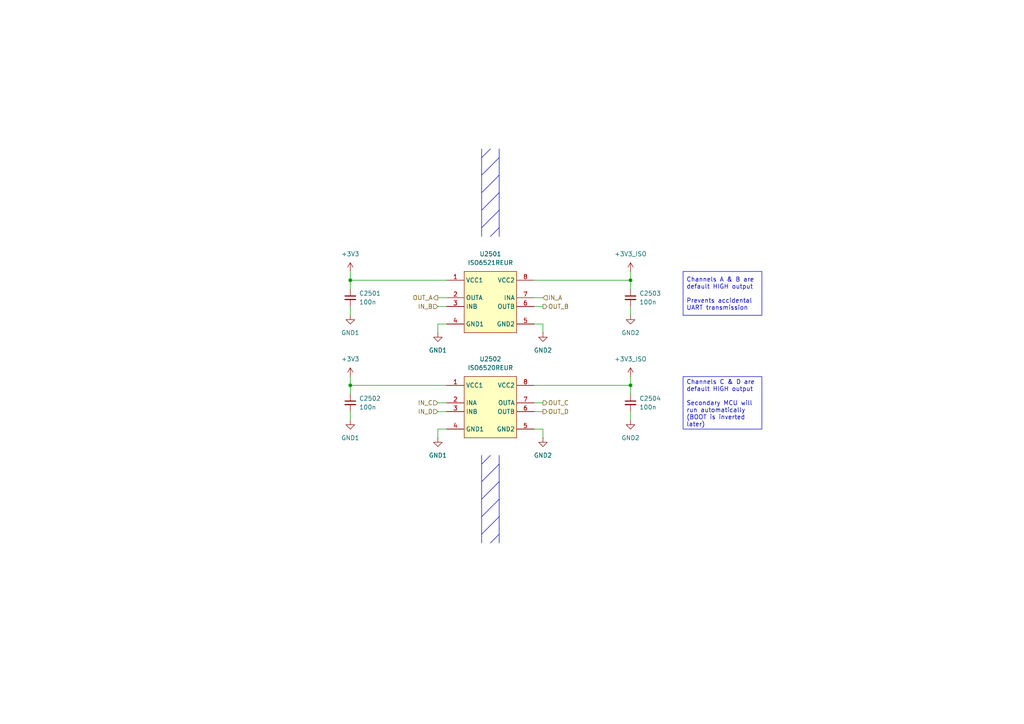
<source format=kicad_sch>
(kicad_sch
	(version 20250114)
	(generator "eeschema")
	(generator_version "9.0")
	(uuid "31262d8c-f6d2-4e15-aede-310073ef8409")
	(paper "A4")
	(title_block
		(title "Isolation Crossing")
	)
	(lib_symbols
		(symbol "COMM-ISO:ISO6520REUR"
			(exclude_from_sim no)
			(in_bom yes)
			(on_board yes)
			(property "Reference" "U"
				(at 0 5.08 0)
				(effects
					(font
						(size 1.27 1.27)
					)
				)
			)
			(property "Value" "ISO6520REUR"
				(at 0 2.54 0)
				(effects
					(font
						(size 1.27 1.27)
					)
				)
			)
			(property "Footprint" "project_footprints:SON50P300X200X105-8N-D"
				(at 24.13 -94.92 0)
				(effects
					(font
						(size 1.27 1.27)
					)
					(justify left top)
					(hide yes)
				)
			)
			(property "Datasheet" "https://www.ti.com/lit/ds/symlink/iso6521.pdf?ts=1716455203366&ref_url=https%253A%252F%252Fwww.ti.com%252Fisolation%252Fdigital-isolators%252Fproducts.html"
				(at 24.13 -194.92 0)
				(effects
					(font
						(size 1.27 1.27)
					)
					(justify left top)
					(hide yes)
				)
			)
			(property "Description" "Digital Isolators Functional isolation&nbsp;dual-channel&nbsp;1/1 digital isolator 8-VSON -40 to 125"
				(at 0 -20.32 0)
				(effects
					(font
						(size 1.27 1.27)
					)
					(hide yes)
				)
			)
			(property "ki_keywords" "Default high output"
				(at 0 0 0)
				(effects
					(font
						(size 1.27 1.27)
					)
					(hide yes)
				)
			)
			(symbol "ISO6520REUR_1_1"
				(rectangle
					(start -7.62 0)
					(end 7.62 -17.78)
					(stroke
						(width 0)
						(type solid)
					)
					(fill
						(type background)
					)
				)
				(pin power_in line
					(at -12.7 -2.54 0)
					(length 5.08)
					(name "VCC1"
						(effects
							(font
								(size 1.27 1.27)
							)
						)
					)
					(number "1"
						(effects
							(font
								(size 1.27 1.27)
							)
						)
					)
				)
				(pin input line
					(at -12.7 -7.62 0)
					(length 5.08)
					(name "INA"
						(effects
							(font
								(size 1.27 1.27)
							)
						)
					)
					(number "2"
						(effects
							(font
								(size 1.27 1.27)
							)
						)
					)
				)
				(pin input line
					(at -12.7 -10.16 0)
					(length 5.08)
					(name "INB"
						(effects
							(font
								(size 1.27 1.27)
							)
						)
					)
					(number "3"
						(effects
							(font
								(size 1.27 1.27)
							)
						)
					)
				)
				(pin passive line
					(at -12.7 -15.24 0)
					(length 5.08)
					(name "GND1"
						(effects
							(font
								(size 1.27 1.27)
							)
						)
					)
					(number "4"
						(effects
							(font
								(size 1.27 1.27)
							)
						)
					)
				)
				(pin power_in line
					(at 12.7 -2.54 180)
					(length 5.08)
					(name "VCC2"
						(effects
							(font
								(size 1.27 1.27)
							)
						)
					)
					(number "8"
						(effects
							(font
								(size 1.27 1.27)
							)
						)
					)
				)
				(pin output line
					(at 12.7 -7.62 180)
					(length 5.08)
					(name "OUTA"
						(effects
							(font
								(size 1.27 1.27)
							)
						)
					)
					(number "7"
						(effects
							(font
								(size 1.27 1.27)
							)
						)
					)
				)
				(pin output line
					(at 12.7 -10.16 180)
					(length 5.08)
					(name "OUTB"
						(effects
							(font
								(size 1.27 1.27)
							)
						)
					)
					(number "6"
						(effects
							(font
								(size 1.27 1.27)
							)
						)
					)
				)
				(pin passive line
					(at 12.7 -15.24 180)
					(length 5.08)
					(name "GND2"
						(effects
							(font
								(size 1.27 1.27)
							)
						)
					)
					(number "5"
						(effects
							(font
								(size 1.27 1.27)
							)
						)
					)
				)
			)
			(embedded_fonts no)
		)
		(symbol "COMM-ISO:ISO6521REUR"
			(exclude_from_sim no)
			(in_bom yes)
			(on_board yes)
			(property "Reference" "U"
				(at 0 5.08 0)
				(effects
					(font
						(size 1.27 1.27)
					)
				)
			)
			(property "Value" "ISO6521REUR"
				(at 0 2.54 0)
				(effects
					(font
						(size 1.27 1.27)
					)
				)
			)
			(property "Footprint" "project_footprints:SON50P300X200X105-8N-D"
				(at 24.13 -94.92 0)
				(effects
					(font
						(size 1.27 1.27)
					)
					(justify left top)
					(hide yes)
				)
			)
			(property "Datasheet" "https://www.ti.com/lit/ds/symlink/iso6521.pdf?ts=1716455203366&ref_url=https%253A%252F%252Fwww.ti.com%252Fisolation%252Fdigital-isolators%252Fproducts.html"
				(at 24.13 -194.92 0)
				(effects
					(font
						(size 1.27 1.27)
					)
					(justify left top)
					(hide yes)
				)
			)
			(property "Description" "Digital Isolators Functional isolation&nbsp;dual-channel&nbsp;1/1 digital isolator 8-VSON -40 to 125"
				(at 0 -20.32 0)
				(effects
					(font
						(size 1.27 1.27)
					)
					(hide yes)
				)
			)
			(property "Height" "1.05"
				(at 24.13 -394.92 0)
				(effects
					(font
						(size 1.27 1.27)
					)
					(justify left top)
					(hide yes)
				)
			)
			(property "Mouser Part Number" "595-ISO6521REUR"
				(at 24.13 -494.92 0)
				(effects
					(font
						(size 1.27 1.27)
					)
					(justify left top)
					(hide yes)
				)
			)
			(property "Mouser Price/Stock" "https://www.mouser.co.uk/ProductDetail/Texas-Instruments/ISO6521REUR?qs=mELouGlnn3eQoSLFnZ%252BriQ%3D%3D"
				(at 24.13 -594.92 0)
				(effects
					(font
						(size 1.27 1.27)
					)
					(justify left top)
					(hide yes)
				)
			)
			(property "Manufacturer_Name" "Texas Instruments"
				(at 24.13 -694.92 0)
				(effects
					(font
						(size 1.27 1.27)
					)
					(justify left top)
					(hide yes)
				)
			)
			(property "Manufacturer_Part_Number" "ISO6521REUR"
				(at 24.13 -794.92 0)
				(effects
					(font
						(size 1.27 1.27)
					)
					(justify left top)
					(hide yes)
				)
			)
			(property "ki_keywords" "Default high output"
				(at 0 0 0)
				(effects
					(font
						(size 1.27 1.27)
					)
					(hide yes)
				)
			)
			(symbol "ISO6521REUR_1_1"
				(rectangle
					(start -7.62 0)
					(end 7.62 -17.78)
					(stroke
						(width 0)
						(type solid)
					)
					(fill
						(type background)
					)
				)
				(pin power_in line
					(at -12.7 -2.54 0)
					(length 5.08)
					(name "VCC1"
						(effects
							(font
								(size 1.27 1.27)
							)
						)
					)
					(number "1"
						(effects
							(font
								(size 1.27 1.27)
							)
						)
					)
				)
				(pin output line
					(at -12.7 -7.62 0)
					(length 5.08)
					(name "OUTA"
						(effects
							(font
								(size 1.27 1.27)
							)
						)
					)
					(number "2"
						(effects
							(font
								(size 1.27 1.27)
							)
						)
					)
				)
				(pin input line
					(at -12.7 -10.16 0)
					(length 5.08)
					(name "INB"
						(effects
							(font
								(size 1.27 1.27)
							)
						)
					)
					(number "3"
						(effects
							(font
								(size 1.27 1.27)
							)
						)
					)
				)
				(pin passive line
					(at -12.7 -15.24 0)
					(length 5.08)
					(name "GND1"
						(effects
							(font
								(size 1.27 1.27)
							)
						)
					)
					(number "4"
						(effects
							(font
								(size 1.27 1.27)
							)
						)
					)
				)
				(pin power_in line
					(at 12.7 -2.54 180)
					(length 5.08)
					(name "VCC2"
						(effects
							(font
								(size 1.27 1.27)
							)
						)
					)
					(number "8"
						(effects
							(font
								(size 1.27 1.27)
							)
						)
					)
				)
				(pin input line
					(at 12.7 -7.62 180)
					(length 5.08)
					(name "INA"
						(effects
							(font
								(size 1.27 1.27)
							)
						)
					)
					(number "7"
						(effects
							(font
								(size 1.27 1.27)
							)
						)
					)
				)
				(pin output line
					(at 12.7 -10.16 180)
					(length 5.08)
					(name "OUTB"
						(effects
							(font
								(size 1.27 1.27)
							)
						)
					)
					(number "6"
						(effects
							(font
								(size 1.27 1.27)
							)
						)
					)
				)
				(pin passive line
					(at 12.7 -15.24 180)
					(length 5.08)
					(name "GND2"
						(effects
							(font
								(size 1.27 1.27)
							)
						)
					)
					(number "5"
						(effects
							(font
								(size 1.27 1.27)
							)
						)
					)
				)
			)
			(embedded_fonts no)
		)
		(symbol "Device:C_Small"
			(pin_numbers
				(hide yes)
			)
			(pin_names
				(offset 0.254)
				(hide yes)
			)
			(exclude_from_sim no)
			(in_bom yes)
			(on_board yes)
			(property "Reference" "C"
				(at 0.254 1.778 0)
				(effects
					(font
						(size 1.27 1.27)
					)
					(justify left)
				)
			)
			(property "Value" "C_Small"
				(at 0.254 -2.032 0)
				(effects
					(font
						(size 1.27 1.27)
					)
					(justify left)
				)
			)
			(property "Footprint" ""
				(at 0 0 0)
				(effects
					(font
						(size 1.27 1.27)
					)
					(hide yes)
				)
			)
			(property "Datasheet" "~"
				(at 0 0 0)
				(effects
					(font
						(size 1.27 1.27)
					)
					(hide yes)
				)
			)
			(property "Description" "Unpolarized capacitor, small symbol"
				(at 0 0 0)
				(effects
					(font
						(size 1.27 1.27)
					)
					(hide yes)
				)
			)
			(property "ki_keywords" "capacitor cap"
				(at 0 0 0)
				(effects
					(font
						(size 1.27 1.27)
					)
					(hide yes)
				)
			)
			(property "ki_fp_filters" "C_*"
				(at 0 0 0)
				(effects
					(font
						(size 1.27 1.27)
					)
					(hide yes)
				)
			)
			(symbol "C_Small_0_1"
				(polyline
					(pts
						(xy -1.524 0.508) (xy 1.524 0.508)
					)
					(stroke
						(width 0.3048)
						(type default)
					)
					(fill
						(type none)
					)
				)
				(polyline
					(pts
						(xy -1.524 -0.508) (xy 1.524 -0.508)
					)
					(stroke
						(width 0.3302)
						(type default)
					)
					(fill
						(type none)
					)
				)
			)
			(symbol "C_Small_1_1"
				(pin passive line
					(at 0 2.54 270)
					(length 2.032)
					(name "~"
						(effects
							(font
								(size 1.27 1.27)
							)
						)
					)
					(number "1"
						(effects
							(font
								(size 1.27 1.27)
							)
						)
					)
				)
				(pin passive line
					(at 0 -2.54 90)
					(length 2.032)
					(name "~"
						(effects
							(font
								(size 1.27 1.27)
							)
						)
					)
					(number "2"
						(effects
							(font
								(size 1.27 1.27)
							)
						)
					)
				)
			)
			(embedded_fonts no)
		)
		(symbol "PWR-SYM:+3V3_ISO"
			(power)
			(pin_numbers
				(hide yes)
			)
			(pin_names
				(offset 0)
				(hide yes)
			)
			(exclude_from_sim no)
			(in_bom yes)
			(on_board yes)
			(property "Reference" "#PWR"
				(at 0 -3.81 0)
				(effects
					(font
						(size 1.27 1.27)
					)
					(hide yes)
				)
			)
			(property "Value" "+3V3_ISO"
				(at 0 3.556 0)
				(effects
					(font
						(size 1.27 1.27)
					)
				)
			)
			(property "Footprint" ""
				(at 0 0 0)
				(effects
					(font
						(size 1.27 1.27)
					)
					(hide yes)
				)
			)
			(property "Datasheet" ""
				(at 0 0 0)
				(effects
					(font
						(size 1.27 1.27)
					)
					(hide yes)
				)
			)
			(property "Description" "Power symbol creates a global label with name \"+3V3_ISO\""
				(at 0 0 0)
				(effects
					(font
						(size 1.27 1.27)
					)
					(hide yes)
				)
			)
			(property "ki_keywords" "global power"
				(at 0 0 0)
				(effects
					(font
						(size 1.27 1.27)
					)
					(hide yes)
				)
			)
			(symbol "+3V3_ISO_0_1"
				(polyline
					(pts
						(xy -0.762 1.27) (xy 0 2.54)
					)
					(stroke
						(width 0)
						(type default)
					)
					(fill
						(type none)
					)
				)
				(polyline
					(pts
						(xy 0 2.54) (xy 0.762 1.27)
					)
					(stroke
						(width 0)
						(type default)
					)
					(fill
						(type none)
					)
				)
				(polyline
					(pts
						(xy 0 0) (xy 0 2.54)
					)
					(stroke
						(width 0)
						(type default)
					)
					(fill
						(type none)
					)
				)
			)
			(symbol "+3V3_ISO_1_1"
				(pin power_in line
					(at 0 0 90)
					(length 0)
					(name "~"
						(effects
							(font
								(size 1.27 1.27)
							)
						)
					)
					(number "1"
						(effects
							(font
								(size 1.27 1.27)
							)
						)
					)
				)
			)
			(embedded_fonts no)
		)
		(symbol "power:+3V3"
			(power)
			(pin_numbers
				(hide yes)
			)
			(pin_names
				(offset 0)
				(hide yes)
			)
			(exclude_from_sim no)
			(in_bom yes)
			(on_board yes)
			(property "Reference" "#PWR"
				(at 0 -3.81 0)
				(effects
					(font
						(size 1.27 1.27)
					)
					(hide yes)
				)
			)
			(property "Value" "+3V3"
				(at 0 3.556 0)
				(effects
					(font
						(size 1.27 1.27)
					)
				)
			)
			(property "Footprint" ""
				(at 0 0 0)
				(effects
					(font
						(size 1.27 1.27)
					)
					(hide yes)
				)
			)
			(property "Datasheet" ""
				(at 0 0 0)
				(effects
					(font
						(size 1.27 1.27)
					)
					(hide yes)
				)
			)
			(property "Description" "Power symbol creates a global label with name \"+3V3\""
				(at 0 0 0)
				(effects
					(font
						(size 1.27 1.27)
					)
					(hide yes)
				)
			)
			(property "ki_keywords" "global power"
				(at 0 0 0)
				(effects
					(font
						(size 1.27 1.27)
					)
					(hide yes)
				)
			)
			(symbol "+3V3_0_1"
				(polyline
					(pts
						(xy -0.762 1.27) (xy 0 2.54)
					)
					(stroke
						(width 0)
						(type default)
					)
					(fill
						(type none)
					)
				)
				(polyline
					(pts
						(xy 0 2.54) (xy 0.762 1.27)
					)
					(stroke
						(width 0)
						(type default)
					)
					(fill
						(type none)
					)
				)
				(polyline
					(pts
						(xy 0 0) (xy 0 2.54)
					)
					(stroke
						(width 0)
						(type default)
					)
					(fill
						(type none)
					)
				)
			)
			(symbol "+3V3_1_1"
				(pin power_in line
					(at 0 0 90)
					(length 0)
					(name "~"
						(effects
							(font
								(size 1.27 1.27)
							)
						)
					)
					(number "1"
						(effects
							(font
								(size 1.27 1.27)
							)
						)
					)
				)
			)
			(embedded_fonts no)
		)
		(symbol "power:GND1"
			(power)
			(pin_numbers
				(hide yes)
			)
			(pin_names
				(offset 0)
				(hide yes)
			)
			(exclude_from_sim no)
			(in_bom yes)
			(on_board yes)
			(property "Reference" "#PWR"
				(at 0 -6.35 0)
				(effects
					(font
						(size 1.27 1.27)
					)
					(hide yes)
				)
			)
			(property "Value" "GND1"
				(at 0 -3.81 0)
				(effects
					(font
						(size 1.27 1.27)
					)
				)
			)
			(property "Footprint" ""
				(at 0 0 0)
				(effects
					(font
						(size 1.27 1.27)
					)
					(hide yes)
				)
			)
			(property "Datasheet" ""
				(at 0 0 0)
				(effects
					(font
						(size 1.27 1.27)
					)
					(hide yes)
				)
			)
			(property "Description" "Power symbol creates a global label with name \"GND1\" , ground"
				(at 0 0 0)
				(effects
					(font
						(size 1.27 1.27)
					)
					(hide yes)
				)
			)
			(property "ki_keywords" "global power"
				(at 0 0 0)
				(effects
					(font
						(size 1.27 1.27)
					)
					(hide yes)
				)
			)
			(symbol "GND1_0_1"
				(polyline
					(pts
						(xy 0 0) (xy 0 -1.27) (xy 1.27 -1.27) (xy 0 -2.54) (xy -1.27 -1.27) (xy 0 -1.27)
					)
					(stroke
						(width 0)
						(type default)
					)
					(fill
						(type none)
					)
				)
			)
			(symbol "GND1_1_1"
				(pin power_in line
					(at 0 0 270)
					(length 0)
					(name "~"
						(effects
							(font
								(size 1.27 1.27)
							)
						)
					)
					(number "1"
						(effects
							(font
								(size 1.27 1.27)
							)
						)
					)
				)
			)
			(embedded_fonts no)
		)
		(symbol "power:GND2"
			(power)
			(pin_numbers
				(hide yes)
			)
			(pin_names
				(offset 0)
				(hide yes)
			)
			(exclude_from_sim no)
			(in_bom yes)
			(on_board yes)
			(property "Reference" "#PWR"
				(at 0 -6.35 0)
				(effects
					(font
						(size 1.27 1.27)
					)
					(hide yes)
				)
			)
			(property "Value" "GND2"
				(at 0 -3.81 0)
				(effects
					(font
						(size 1.27 1.27)
					)
				)
			)
			(property "Footprint" ""
				(at 0 0 0)
				(effects
					(font
						(size 1.27 1.27)
					)
					(hide yes)
				)
			)
			(property "Datasheet" ""
				(at 0 0 0)
				(effects
					(font
						(size 1.27 1.27)
					)
					(hide yes)
				)
			)
			(property "Description" "Power symbol creates a global label with name \"GND2\" , ground"
				(at 0 0 0)
				(effects
					(font
						(size 1.27 1.27)
					)
					(hide yes)
				)
			)
			(property "ki_keywords" "global power"
				(at 0 0 0)
				(effects
					(font
						(size 1.27 1.27)
					)
					(hide yes)
				)
			)
			(symbol "GND2_0_1"
				(polyline
					(pts
						(xy 0 0) (xy 0 -1.27) (xy 1.27 -1.27) (xy 0 -2.54) (xy -1.27 -1.27) (xy 0 -1.27)
					)
					(stroke
						(width 0)
						(type default)
					)
					(fill
						(type none)
					)
				)
			)
			(symbol "GND2_1_1"
				(pin power_in line
					(at 0 0 270)
					(length 0)
					(name "~"
						(effects
							(font
								(size 1.27 1.27)
							)
						)
					)
					(number "1"
						(effects
							(font
								(size 1.27 1.27)
							)
						)
					)
				)
			)
			(embedded_fonts no)
		)
	)
	(text_box "Channels C & D are default HIGH output\n\nSecondary MCU will run automatically (BOOT is inverted later)"
		(exclude_from_sim no)
		(at 198.12 109.22 0)
		(size 22.86 15.24)
		(margins 0.9525 0.9525 0.9525 0.9525)
		(stroke
			(width 0)
			(type solid)
		)
		(fill
			(type none)
		)
		(effects
			(font
				(size 1.27 1.27)
			)
			(justify left)
		)
		(uuid "5e50cb9a-db33-437a-8c90-6070fff89d86")
	)
	(text_box "Channels A & B are default HIGH output\n\nPrevents accidental UART transmission"
		(exclude_from_sim no)
		(at 198.12 78.74 0)
		(size 22.86 12.7)
		(margins 0.9525 0.9525 0.9525 0.9525)
		(stroke
			(width 0)
			(type solid)
		)
		(fill
			(type none)
		)
		(effects
			(font
				(size 1.27 1.27)
			)
			(justify left)
		)
		(uuid "6e01a3cd-8b58-411a-b11e-85ce5a8376c8")
	)
	(junction
		(at 182.88 81.28)
		(diameter 0)
		(color 0 0 0 0)
		(uuid "0e0388c8-786c-4ea0-94d0-f300bc2a397a")
	)
	(junction
		(at 182.88 111.76)
		(diameter 0)
		(color 0 0 0 0)
		(uuid "271efa5f-67bb-4470-a47e-8cefb0d9da37")
	)
	(junction
		(at 101.6 81.28)
		(diameter 0)
		(color 0 0 0 0)
		(uuid "281bdb47-e0cb-42ee-ad85-777fd9904f27")
	)
	(junction
		(at 101.6 111.76)
		(diameter 0)
		(color 0 0 0 0)
		(uuid "58c83d03-e8f8-43eb-a297-63517a2392d8")
	)
	(polyline
		(pts
			(xy 139.7 50.8) (xy 144.78 45.72)
		)
		(stroke
			(width 0)
			(type default)
		)
		(uuid "0077bce5-7f53-4201-a8b2-63f0051dcbaf")
	)
	(wire
		(pts
			(xy 154.94 86.36) (xy 157.48 86.36)
		)
		(stroke
			(width 0)
			(type default)
		)
		(uuid "043c3a3c-5884-4e8e-be40-ea9167aea55d")
	)
	(polyline
		(pts
			(xy 139.7 149.86) (xy 144.78 144.78)
		)
		(stroke
			(width 0)
			(type default)
		)
		(uuid "09456373-8873-4ae6-976c-c631848f84a7")
	)
	(polyline
		(pts
			(xy 144.78 43.18) (xy 144.78 68.58)
		)
		(stroke
			(width 0)
			(type default)
		)
		(uuid "129e4ce0-eb93-4048-b7a6-83b11f3a00b4")
	)
	(wire
		(pts
			(xy 157.48 124.46) (xy 154.94 124.46)
		)
		(stroke
			(width 0)
			(type default)
		)
		(uuid "19dd4bbc-678e-49c5-bd75-59e0cea1ad54")
	)
	(polyline
		(pts
			(xy 144.78 132.08) (xy 144.78 157.48)
		)
		(stroke
			(width 0)
			(type default)
		)
		(uuid "21d300fa-cb97-46ad-828e-a9bac0812dfa")
	)
	(wire
		(pts
			(xy 101.6 114.3) (xy 101.6 111.76)
		)
		(stroke
			(width 0)
			(type default)
		)
		(uuid "27f1f0c5-d6d7-4c76-813d-ba7c20288b29")
	)
	(wire
		(pts
			(xy 154.94 119.38) (xy 157.48 119.38)
		)
		(stroke
			(width 0)
			(type default)
		)
		(uuid "28240188-67d6-4b38-9413-d853be7e729b")
	)
	(wire
		(pts
			(xy 127 116.84) (xy 129.54 116.84)
		)
		(stroke
			(width 0)
			(type default)
		)
		(uuid "29f29eb8-7c50-4118-8ded-e0432f868893")
	)
	(wire
		(pts
			(xy 101.6 109.22) (xy 101.6 111.76)
		)
		(stroke
			(width 0)
			(type default)
		)
		(uuid "2c8912e4-d5ee-4d12-8cc0-8f5ab349d010")
	)
	(wire
		(pts
			(xy 127 127) (xy 127 124.46)
		)
		(stroke
			(width 0)
			(type default)
		)
		(uuid "333469bf-c53d-48da-8bbd-41ca75cb21c1")
	)
	(wire
		(pts
			(xy 154.94 116.84) (xy 157.48 116.84)
		)
		(stroke
			(width 0)
			(type default)
		)
		(uuid "340c55b4-c074-47d2-bf08-0ee1feb89fc5")
	)
	(polyline
		(pts
			(xy 142.24 68.58) (xy 144.78 66.04)
		)
		(stroke
			(width 0)
			(type default)
		)
		(uuid "3ee2e4a9-7dca-4f93-933f-b5cd8c8da6f4")
	)
	(polyline
		(pts
			(xy 139.7 66.04) (xy 144.78 60.96)
		)
		(stroke
			(width 0)
			(type default)
		)
		(uuid "3f24ab31-a946-4e48-9e4c-61927e90341e")
	)
	(wire
		(pts
			(xy 101.6 88.9) (xy 101.6 91.44)
		)
		(stroke
			(width 0)
			(type default)
		)
		(uuid "3f6c0924-bda4-490f-bcd9-2c46a8b24716")
	)
	(polyline
		(pts
			(xy 139.7 60.96) (xy 144.78 55.88)
		)
		(stroke
			(width 0)
			(type default)
		)
		(uuid "424116ea-3df5-4762-8754-40f64a8b1cd8")
	)
	(wire
		(pts
			(xy 127 119.38) (xy 129.54 119.38)
		)
		(stroke
			(width 0)
			(type default)
		)
		(uuid "450def40-7c7a-42ee-9361-272977224d71")
	)
	(polyline
		(pts
			(xy 139.7 43.18) (xy 139.7 68.58)
		)
		(stroke
			(width 0)
			(type default)
		)
		(uuid "453b30cf-aefb-409d-98af-b044ec99815e")
	)
	(polyline
		(pts
			(xy 139.7 134.62) (xy 142.24 132.08)
		)
		(stroke
			(width 0)
			(type default)
		)
		(uuid "45b02d0b-a6ca-4c24-95e6-a2b8c993c68a")
	)
	(wire
		(pts
			(xy 127 96.52) (xy 127 93.98)
		)
		(stroke
			(width 0)
			(type default)
		)
		(uuid "4c6267dd-ac7c-4e11-ad36-7a7874ae4b70")
	)
	(wire
		(pts
			(xy 182.88 78.74) (xy 182.88 81.28)
		)
		(stroke
			(width 0)
			(type default)
		)
		(uuid "510ba154-715a-4cce-b9e2-321d57d0b23d")
	)
	(polyline
		(pts
			(xy 139.7 45.72) (xy 142.24 43.18)
		)
		(stroke
			(width 0)
			(type default)
		)
		(uuid "568257f0-b0c5-4493-9bc2-bc0a32e77357")
	)
	(wire
		(pts
			(xy 127 124.46) (xy 129.54 124.46)
		)
		(stroke
			(width 0)
			(type default)
		)
		(uuid "571c076a-d0b0-4512-92ed-648e82d09fe8")
	)
	(wire
		(pts
			(xy 101.6 119.38) (xy 101.6 121.92)
		)
		(stroke
			(width 0)
			(type default)
		)
		(uuid "60606a7d-4cfc-483f-b45b-9b821427c201")
	)
	(wire
		(pts
			(xy 182.88 109.22) (xy 182.88 111.76)
		)
		(stroke
			(width 0)
			(type default)
		)
		(uuid "63695e8e-a399-4dcc-9a45-3994e80080ff")
	)
	(wire
		(pts
			(xy 182.88 83.82) (xy 182.88 81.28)
		)
		(stroke
			(width 0)
			(type default)
		)
		(uuid "6b9d8ec9-bfd7-4f33-ad14-3d879c8fda2f")
	)
	(polyline
		(pts
			(xy 139.7 55.88) (xy 144.78 50.8)
		)
		(stroke
			(width 0)
			(type default)
		)
		(uuid "6ecd0f2d-d34c-49cb-9b95-64668c42b350")
	)
	(wire
		(pts
			(xy 127 88.9) (xy 129.54 88.9)
		)
		(stroke
			(width 0)
			(type default)
		)
		(uuid "701a64ac-fd67-4b64-b58c-f672182397c6")
	)
	(wire
		(pts
			(xy 182.88 114.3) (xy 182.88 111.76)
		)
		(stroke
			(width 0)
			(type default)
		)
		(uuid "73e409c3-0d15-4506-8032-41dad91c21f3")
	)
	(wire
		(pts
			(xy 127 86.36) (xy 129.54 86.36)
		)
		(stroke
			(width 0)
			(type default)
		)
		(uuid "76598c92-e150-4a24-a008-c41fe2af72de")
	)
	(wire
		(pts
			(xy 101.6 78.74) (xy 101.6 81.28)
		)
		(stroke
			(width 0)
			(type default)
		)
		(uuid "76f96234-52b2-40ec-b221-be944470c203")
	)
	(wire
		(pts
			(xy 154.94 81.28) (xy 182.88 81.28)
		)
		(stroke
			(width 0)
			(type default)
		)
		(uuid "86c22865-b017-4472-b1eb-9f0467b7cf24")
	)
	(wire
		(pts
			(xy 157.48 127) (xy 157.48 124.46)
		)
		(stroke
			(width 0)
			(type default)
		)
		(uuid "8f609c7b-fa6b-465b-b212-7b9b1daa56fb")
	)
	(wire
		(pts
			(xy 101.6 111.76) (xy 129.54 111.76)
		)
		(stroke
			(width 0)
			(type default)
		)
		(uuid "9ff2d55e-a6ea-455d-acc9-a0ca720eca96")
	)
	(polyline
		(pts
			(xy 139.7 132.08) (xy 139.7 157.48)
		)
		(stroke
			(width 0)
			(type default)
		)
		(uuid "a1893ee8-891a-499b-8eb6-fbb99a80f2a0")
	)
	(wire
		(pts
			(xy 101.6 81.28) (xy 101.6 83.82)
		)
		(stroke
			(width 0)
			(type default)
		)
		(uuid "b0eb38c2-68d9-4880-ac64-86fb03194582")
	)
	(polyline
		(pts
			(xy 139.7 139.7) (xy 144.78 134.62)
		)
		(stroke
			(width 0)
			(type default)
		)
		(uuid "b1735388-4095-4897-abd0-5cc1755b82bf")
	)
	(wire
		(pts
			(xy 154.94 111.76) (xy 182.88 111.76)
		)
		(stroke
			(width 0)
			(type default)
		)
		(uuid "c0e49141-86af-4eba-bdb9-ca1bb7e15858")
	)
	(wire
		(pts
			(xy 154.94 93.98) (xy 157.48 93.98)
		)
		(stroke
			(width 0)
			(type default)
		)
		(uuid "c687e170-c6ac-4cf9-9127-37318869da98")
	)
	(polyline
		(pts
			(xy 142.24 157.48) (xy 144.78 154.94)
		)
		(stroke
			(width 0)
			(type default)
		)
		(uuid "cb4ecc86-1b3a-4847-9a26-3ff5ebbb3f58")
	)
	(wire
		(pts
			(xy 182.88 119.38) (xy 182.88 121.92)
		)
		(stroke
			(width 0)
			(type default)
		)
		(uuid "cd227020-c983-41ae-b2a6-247623e28877")
	)
	(wire
		(pts
			(xy 157.48 93.98) (xy 157.48 96.52)
		)
		(stroke
			(width 0)
			(type default)
		)
		(uuid "cf23f7a5-51cd-45a9-8d5e-1f3ea4bc8e1a")
	)
	(wire
		(pts
			(xy 101.6 81.28) (xy 129.54 81.28)
		)
		(stroke
			(width 0)
			(type default)
		)
		(uuid "d310c348-6c7c-4376-a280-39c38a19fe0a")
	)
	(polyline
		(pts
			(xy 139.7 144.78) (xy 144.78 139.7)
		)
		(stroke
			(width 0)
			(type default)
		)
		(uuid "dabe62c8-f3da-494e-a651-95a7ccfab22c")
	)
	(wire
		(pts
			(xy 182.88 88.9) (xy 182.88 91.44)
		)
		(stroke
			(width 0)
			(type default)
		)
		(uuid "db99fb37-bccb-400f-83c9-89a224e99023")
	)
	(wire
		(pts
			(xy 154.94 88.9) (xy 157.48 88.9)
		)
		(stroke
			(width 0)
			(type default)
		)
		(uuid "ee5e5d91-03aa-4e83-9fe6-e948e544e4eb")
	)
	(polyline
		(pts
			(xy 139.7 154.94) (xy 144.78 149.86)
		)
		(stroke
			(width 0)
			(type default)
		)
		(uuid "fc617ff7-ada2-4a88-b7b4-225e6e941871")
	)
	(wire
		(pts
			(xy 127 93.98) (xy 129.54 93.98)
		)
		(stroke
			(width 0)
			(type default)
		)
		(uuid "fe6e6190-23f3-49db-b27c-f4584736d493")
	)
	(hierarchical_label "IN_D"
		(shape input)
		(at 127 119.38 180)
		(effects
			(font
				(size 1.27 1.27)
			)
			(justify right)
		)
		(uuid "16a0e3e8-dafe-4e16-822d-e9cc7893718b")
	)
	(hierarchical_label "IN_B"
		(shape input)
		(at 127 88.9 180)
		(effects
			(font
				(size 1.27 1.27)
			)
			(justify right)
		)
		(uuid "186961a4-b55a-4374-a93a-2358b9521e28")
	)
	(hierarchical_label "OUT_B"
		(shape output)
		(at 157.48 88.9 0)
		(effects
			(font
				(size 1.27 1.27)
			)
			(justify left)
		)
		(uuid "4fdcb9de-bd29-4209-852a-5958db2aafb5")
	)
	(hierarchical_label "OUT_C"
		(shape output)
		(at 157.48 116.84 0)
		(effects
			(font
				(size 1.27 1.27)
			)
			(justify left)
		)
		(uuid "5a387861-90a5-4cc3-be3c-1a2ce2f15426")
	)
	(hierarchical_label "IN_A"
		(shape input)
		(at 157.48 86.36 0)
		(effects
			(font
				(size 1.27 1.27)
			)
			(justify left)
		)
		(uuid "5e93988d-ef7d-4e46-91dc-b7611bb35e7d")
	)
	(hierarchical_label "OUT_A"
		(shape output)
		(at 127 86.36 180)
		(effects
			(font
				(size 1.27 1.27)
			)
			(justify right)
		)
		(uuid "7f2da456-c039-43f6-b76a-feffd9b3952f")
	)
	(hierarchical_label "IN_C"
		(shape input)
		(at 127 116.84 180)
		(effects
			(font
				(size 1.27 1.27)
			)
			(justify right)
		)
		(uuid "d9bbd518-3af8-47a8-b50b-5983657e9702")
	)
	(hierarchical_label "OUT_D"
		(shape output)
		(at 157.48 119.38 0)
		(effects
			(font
				(size 1.27 1.27)
			)
			(justify left)
		)
		(uuid "e0066a41-414e-4ebe-997c-46fafe0cff62")
	)
	(symbol
		(lib_id "power:GND2")
		(at 157.48 127 0)
		(unit 1)
		(exclude_from_sim no)
		(in_bom yes)
		(on_board yes)
		(dnp no)
		(fields_autoplaced yes)
		(uuid "1403f64e-641a-4df9-a80c-f6a0485d59ce")
		(property "Reference" "#PWR02508"
			(at 157.48 133.35 0)
			(effects
				(font
					(size 1.27 1.27)
				)
				(hide yes)
			)
		)
		(property "Value" "GND2"
			(at 157.48 132.08 0)
			(effects
				(font
					(size 1.27 1.27)
				)
			)
		)
		(property "Footprint" ""
			(at 157.48 127 0)
			(effects
				(font
					(size 1.27 1.27)
				)
				(hide yes)
			)
		)
		(property "Datasheet" ""
			(at 157.48 127 0)
			(effects
				(font
					(size 1.27 1.27)
				)
				(hide yes)
			)
		)
		(property "Description" "Power symbol creates a global label with name \"GND2\" , ground"
			(at 157.48 127 0)
			(effects
				(font
					(size 1.27 1.27)
				)
				(hide yes)
			)
		)
		(pin "1"
			(uuid "5d356268-5b76-4a1b-a3bf-3bfb634c366b")
		)
		(instances
			(project "switch_main_v4"
				(path "/a5e57332-4284-4d3c-ab3c-13bc0ddb29b6/dfc8dd40-a5e5-401a-a1d8-3203b89e0aa2"
					(reference "#PWR02508")
					(unit 1)
				)
			)
		)
	)
	(symbol
		(lib_id "power:GND1")
		(at 101.6 91.44 0)
		(unit 1)
		(exclude_from_sim no)
		(in_bom yes)
		(on_board yes)
		(dnp no)
		(fields_autoplaced yes)
		(uuid "14c6ce22-03f5-49e1-b84d-2a3b5f5bab3e")
		(property "Reference" "#PWR02502"
			(at 101.6 97.79 0)
			(effects
				(font
					(size 1.27 1.27)
				)
				(hide yes)
			)
		)
		(property "Value" "GND1"
			(at 101.6 96.52 0)
			(effects
				(font
					(size 1.27 1.27)
				)
			)
		)
		(property "Footprint" ""
			(at 101.6 91.44 0)
			(effects
				(font
					(size 1.27 1.27)
				)
				(hide yes)
			)
		)
		(property "Datasheet" ""
			(at 101.6 91.44 0)
			(effects
				(font
					(size 1.27 1.27)
				)
				(hide yes)
			)
		)
		(property "Description" "Power symbol creates a global label with name \"GND1\" , ground"
			(at 101.6 91.44 0)
			(effects
				(font
					(size 1.27 1.27)
				)
				(hide yes)
			)
		)
		(pin "1"
			(uuid "cf151fcc-68aa-45b8-b516-f5a016965938")
		)
		(instances
			(project "switch_main_v4"
				(path "/a5e57332-4284-4d3c-ab3c-13bc0ddb29b6/dfc8dd40-a5e5-401a-a1d8-3203b89e0aa2"
					(reference "#PWR02502")
					(unit 1)
				)
			)
		)
	)
	(symbol
		(lib_id "power:GND1")
		(at 101.6 121.92 0)
		(unit 1)
		(exclude_from_sim no)
		(in_bom yes)
		(on_board yes)
		(dnp no)
		(fields_autoplaced yes)
		(uuid "155f4adc-eb4a-4f36-9f02-89754a08291b")
		(property "Reference" "#PWR02504"
			(at 101.6 128.27 0)
			(effects
				(font
					(size 1.27 1.27)
				)
				(hide yes)
			)
		)
		(property "Value" "GND1"
			(at 101.6 127 0)
			(effects
				(font
					(size 1.27 1.27)
				)
			)
		)
		(property "Footprint" ""
			(at 101.6 121.92 0)
			(effects
				(font
					(size 1.27 1.27)
				)
				(hide yes)
			)
		)
		(property "Datasheet" ""
			(at 101.6 121.92 0)
			(effects
				(font
					(size 1.27 1.27)
				)
				(hide yes)
			)
		)
		(property "Description" "Power symbol creates a global label with name \"GND1\" , ground"
			(at 101.6 121.92 0)
			(effects
				(font
					(size 1.27 1.27)
				)
				(hide yes)
			)
		)
		(pin "1"
			(uuid "126bfdc6-3232-4805-8231-51dae5eaa611")
		)
		(instances
			(project "switch_main_v4"
				(path "/a5e57332-4284-4d3c-ab3c-13bc0ddb29b6/dfc8dd40-a5e5-401a-a1d8-3203b89e0aa2"
					(reference "#PWR02504")
					(unit 1)
				)
			)
		)
	)
	(symbol
		(lib_id "PWR-SYM:+3V3_ISO")
		(at 182.88 109.22 0)
		(unit 1)
		(exclude_from_sim no)
		(in_bom yes)
		(on_board yes)
		(dnp no)
		(fields_autoplaced yes)
		(uuid "27fdf8e3-79b3-4420-8e15-fb9319af4069")
		(property "Reference" "#PWR02511"
			(at 182.88 113.03 0)
			(effects
				(font
					(size 1.27 1.27)
				)
				(hide yes)
			)
		)
		(property "Value" "+3V3_ISO"
			(at 182.88 104.14 0)
			(effects
				(font
					(size 1.27 1.27)
				)
			)
		)
		(property "Footprint" ""
			(at 182.88 109.22 0)
			(effects
				(font
					(size 1.27 1.27)
				)
				(hide yes)
			)
		)
		(property "Datasheet" ""
			(at 182.88 109.22 0)
			(effects
				(font
					(size 1.27 1.27)
				)
				(hide yes)
			)
		)
		(property "Description" "Power symbol creates a global label with name \"+3V3_ISO\""
			(at 182.88 109.22 0)
			(effects
				(font
					(size 1.27 1.27)
				)
				(hide yes)
			)
		)
		(pin "1"
			(uuid "897f4ef6-cec2-4a27-8c93-604302356631")
		)
		(instances
			(project "switch_main_v4"
				(path "/a5e57332-4284-4d3c-ab3c-13bc0ddb29b6/dfc8dd40-a5e5-401a-a1d8-3203b89e0aa2"
					(reference "#PWR02511")
					(unit 1)
				)
			)
		)
	)
	(symbol
		(lib_id "PWR-SYM:+3V3_ISO")
		(at 182.88 78.74 0)
		(unit 1)
		(exclude_from_sim no)
		(in_bom yes)
		(on_board yes)
		(dnp no)
		(fields_autoplaced yes)
		(uuid "365bff56-2ab6-4dfb-b74c-cde5983c2241")
		(property "Reference" "#PWR02509"
			(at 182.88 82.55 0)
			(effects
				(font
					(size 1.27 1.27)
				)
				(hide yes)
			)
		)
		(property "Value" "+3V3_ISO"
			(at 182.88 73.66 0)
			(effects
				(font
					(size 1.27 1.27)
				)
			)
		)
		(property "Footprint" ""
			(at 182.88 78.74 0)
			(effects
				(font
					(size 1.27 1.27)
				)
				(hide yes)
			)
		)
		(property "Datasheet" ""
			(at 182.88 78.74 0)
			(effects
				(font
					(size 1.27 1.27)
				)
				(hide yes)
			)
		)
		(property "Description" "Power symbol creates a global label with name \"+3V3_ISO\""
			(at 182.88 78.74 0)
			(effects
				(font
					(size 1.27 1.27)
				)
				(hide yes)
			)
		)
		(pin "1"
			(uuid "4a1c79c0-6a32-47eb-9a4c-0e478df5d246")
		)
		(instances
			(project ""
				(path "/a5e57332-4284-4d3c-ab3c-13bc0ddb29b6/dfc8dd40-a5e5-401a-a1d8-3203b89e0aa2"
					(reference "#PWR02509")
					(unit 1)
				)
			)
		)
	)
	(symbol
		(lib_id "power:+3V3")
		(at 101.6 109.22 0)
		(unit 1)
		(exclude_from_sim no)
		(in_bom yes)
		(on_board yes)
		(dnp no)
		(fields_autoplaced yes)
		(uuid "37c4c7b2-2601-4d12-ac5a-40559cca85e8")
		(property "Reference" "#PWR02503"
			(at 101.6 113.03 0)
			(effects
				(font
					(size 1.27 1.27)
				)
				(hide yes)
			)
		)
		(property "Value" "+3V3"
			(at 101.6 104.14 0)
			(effects
				(font
					(size 1.27 1.27)
				)
			)
		)
		(property "Footprint" ""
			(at 101.6 109.22 0)
			(effects
				(font
					(size 1.27 1.27)
				)
				(hide yes)
			)
		)
		(property "Datasheet" ""
			(at 101.6 109.22 0)
			(effects
				(font
					(size 1.27 1.27)
				)
				(hide yes)
			)
		)
		(property "Description" "Power symbol creates a global label with name \"+3V3\""
			(at 101.6 109.22 0)
			(effects
				(font
					(size 1.27 1.27)
				)
				(hide yes)
			)
		)
		(pin "1"
			(uuid "4a30e30a-7607-4f10-982d-4b47019bee64")
		)
		(instances
			(project "switch_main_v4"
				(path "/a5e57332-4284-4d3c-ab3c-13bc0ddb29b6/dfc8dd40-a5e5-401a-a1d8-3203b89e0aa2"
					(reference "#PWR02503")
					(unit 1)
				)
			)
		)
	)
	(symbol
		(lib_id "power:GND2")
		(at 182.88 91.44 0)
		(unit 1)
		(exclude_from_sim no)
		(in_bom yes)
		(on_board yes)
		(dnp no)
		(fields_autoplaced yes)
		(uuid "3d9a5236-35c2-44c7-b432-1fce16a0ffd5")
		(property "Reference" "#PWR02510"
			(at 182.88 97.79 0)
			(effects
				(font
					(size 1.27 1.27)
				)
				(hide yes)
			)
		)
		(property "Value" "GND2"
			(at 182.88 96.52 0)
			(effects
				(font
					(size 1.27 1.27)
				)
			)
		)
		(property "Footprint" ""
			(at 182.88 91.44 0)
			(effects
				(font
					(size 1.27 1.27)
				)
				(hide yes)
			)
		)
		(property "Datasheet" ""
			(at 182.88 91.44 0)
			(effects
				(font
					(size 1.27 1.27)
				)
				(hide yes)
			)
		)
		(property "Description" "Power symbol creates a global label with name \"GND2\" , ground"
			(at 182.88 91.44 0)
			(effects
				(font
					(size 1.27 1.27)
				)
				(hide yes)
			)
		)
		(pin "1"
			(uuid "2c33d994-1ebc-4d37-b270-7a07aaf75635")
		)
		(instances
			(project "switch_main_v4"
				(path "/a5e57332-4284-4d3c-ab3c-13bc0ddb29b6/dfc8dd40-a5e5-401a-a1d8-3203b89e0aa2"
					(reference "#PWR02510")
					(unit 1)
				)
			)
		)
	)
	(symbol
		(lib_id "COMM-ISO:ISO6521REUR")
		(at 142.24 78.74 0)
		(unit 1)
		(exclude_from_sim no)
		(in_bom yes)
		(on_board yes)
		(dnp no)
		(fields_autoplaced yes)
		(uuid "4db202c7-ff34-4f04-b51f-5a8c9426c7d5")
		(property "Reference" "U2501"
			(at 142.24 73.66 0)
			(effects
				(font
					(size 1.27 1.27)
				)
			)
		)
		(property "Value" "ISO6521REUR"
			(at 142.24 76.2 0)
			(effects
				(font
					(size 1.27 1.27)
				)
			)
		)
		(property "Footprint" "project_footprints:SON50P300X200X105-8N-D"
			(at 166.37 173.66 0)
			(effects
				(font
					(size 1.27 1.27)
				)
				(justify left top)
				(hide yes)
			)
		)
		(property "Datasheet" "https://www.ti.com/lit/ds/symlink/iso6521.pdf?ts=1716455203366&ref_url=https%253A%252F%252Fwww.ti.com%252Fisolation%252Fdigital-isolators%252Fproducts.html"
			(at 166.37 273.66 0)
			(effects
				(font
					(size 1.27 1.27)
				)
				(justify left top)
				(hide yes)
			)
		)
		(property "Description" "Digital Isolators Functional isolation&nbsp;dual-channel&nbsp;1/1 digital isolator 8-VSON -40 to 125"
			(at 142.24 93.98 0)
			(effects
				(font
					(size 1.27 1.27)
				)
				(hide yes)
			)
		)
		(property "Height" "1.05"
			(at 166.37 473.66 0)
			(effects
				(font
					(size 1.27 1.27)
				)
				(justify left top)
				(hide yes)
			)
		)
		(property "Mouser Part Number" "595-ISO6521REUR"
			(at 166.37 573.66 0)
			(effects
				(font
					(size 1.27 1.27)
				)
				(justify left top)
				(hide yes)
			)
		)
		(property "Mouser Price/Stock" "https://www.mouser.co.uk/ProductDetail/Texas-Instruments/ISO6521REUR?qs=mELouGlnn3eQoSLFnZ%252BriQ%3D%3D"
			(at 166.37 673.66 0)
			(effects
				(font
					(size 1.27 1.27)
				)
				(justify left top)
				(hide yes)
			)
		)
		(property "Manufacturer_Name" "Texas Instruments"
			(at 166.37 773.66 0)
			(effects
				(font
					(size 1.27 1.27)
				)
				(justify left top)
				(hide yes)
			)
		)
		(property "Manufacturer_Part_Number" "ISO6521REUR"
			(at 166.37 873.66 0)
			(effects
				(font
					(size 1.27 1.27)
				)
				(justify left top)
				(hide yes)
			)
		)
		(pin "3"
			(uuid "5b76e5c9-1e73-4d38-af66-b48a1c143195")
		)
		(pin "6"
			(uuid "e7a7b45c-c4e3-4109-bb98-428cbcb8b064")
		)
		(pin "2"
			(uuid "25c5aafe-b7ca-483b-a982-339fce1693a0")
		)
		(pin "5"
			(uuid "40f67e50-6163-400c-8b7b-68fb1b91355f")
		)
		(pin "8"
			(uuid "6be0344a-0847-40b5-9cf9-0501456c5ecf")
		)
		(pin "4"
			(uuid "cc1de421-28e3-43b3-ab65-c82d6a1d8525")
		)
		(pin "7"
			(uuid "9bd505aa-7527-4dde-aaa1-3b8890d181ca")
		)
		(pin "1"
			(uuid "be140496-a5f7-4523-bab2-4a2d0241c274")
		)
		(instances
			(project "switch_main_v4"
				(path "/a5e57332-4284-4d3c-ab3c-13bc0ddb29b6/dfc8dd40-a5e5-401a-a1d8-3203b89e0aa2"
					(reference "U2501")
					(unit 1)
				)
			)
		)
	)
	(symbol
		(lib_id "power:+3V3")
		(at 101.6 78.74 0)
		(unit 1)
		(exclude_from_sim no)
		(in_bom yes)
		(on_board yes)
		(dnp no)
		(fields_autoplaced yes)
		(uuid "5fc48886-5c61-412b-90d8-557b2cebe4c4")
		(property "Reference" "#PWR02501"
			(at 101.6 82.55 0)
			(effects
				(font
					(size 1.27 1.27)
				)
				(hide yes)
			)
		)
		(property "Value" "+3V3"
			(at 101.6 73.66 0)
			(effects
				(font
					(size 1.27 1.27)
				)
			)
		)
		(property "Footprint" ""
			(at 101.6 78.74 0)
			(effects
				(font
					(size 1.27 1.27)
				)
				(hide yes)
			)
		)
		(property "Datasheet" ""
			(at 101.6 78.74 0)
			(effects
				(font
					(size 1.27 1.27)
				)
				(hide yes)
			)
		)
		(property "Description" "Power symbol creates a global label with name \"+3V3\""
			(at 101.6 78.74 0)
			(effects
				(font
					(size 1.27 1.27)
				)
				(hide yes)
			)
		)
		(pin "1"
			(uuid "85bc04cf-917f-43c0-ba80-9eb6167157b7")
		)
		(instances
			(project ""
				(path "/a5e57332-4284-4d3c-ab3c-13bc0ddb29b6/dfc8dd40-a5e5-401a-a1d8-3203b89e0aa2"
					(reference "#PWR02501")
					(unit 1)
				)
			)
		)
	)
	(symbol
		(lib_id "Device:C_Small")
		(at 101.6 86.36 0)
		(unit 1)
		(exclude_from_sim no)
		(in_bom yes)
		(on_board yes)
		(dnp no)
		(fields_autoplaced yes)
		(uuid "77193418-09f5-4140-a9b0-52b668dea18e")
		(property "Reference" "C2501"
			(at 104.14 85.0962 0)
			(effects
				(font
					(size 1.27 1.27)
				)
				(justify left)
			)
		)
		(property "Value" "100n"
			(at 104.14 87.6362 0)
			(effects
				(font
					(size 1.27 1.27)
				)
				(justify left)
			)
		)
		(property "Footprint" "Capacitor_SMD:C_0402_1005Metric"
			(at 101.6 86.36 0)
			(effects
				(font
					(size 1.27 1.27)
				)
				(hide yes)
			)
		)
		(property "Datasheet" "~"
			(at 101.6 86.36 0)
			(effects
				(font
					(size 1.27 1.27)
				)
				(hide yes)
			)
		)
		(property "Description" "Unpolarized capacitor, small symbol"
			(at 101.6 86.36 0)
			(effects
				(font
					(size 1.27 1.27)
				)
				(hide yes)
			)
		)
		(pin "1"
			(uuid "3420b66e-6c53-4937-83ab-a41fd3659b53")
		)
		(pin "2"
			(uuid "47505251-6ecc-4a45-891d-4086a292f784")
		)
		(instances
			(project "switch_main_v4"
				(path "/a5e57332-4284-4d3c-ab3c-13bc0ddb29b6/dfc8dd40-a5e5-401a-a1d8-3203b89e0aa2"
					(reference "C2501")
					(unit 1)
				)
			)
		)
	)
	(symbol
		(lib_id "Device:C_Small")
		(at 182.88 86.36 0)
		(unit 1)
		(exclude_from_sim no)
		(in_bom yes)
		(on_board yes)
		(dnp no)
		(fields_autoplaced yes)
		(uuid "9d3d0665-fae6-4789-a70a-1125dedee259")
		(property "Reference" "C2503"
			(at 185.42 85.0962 0)
			(effects
				(font
					(size 1.27 1.27)
				)
				(justify left)
			)
		)
		(property "Value" "100n"
			(at 185.42 87.6362 0)
			(effects
				(font
					(size 1.27 1.27)
				)
				(justify left)
			)
		)
		(property "Footprint" "Capacitor_SMD:C_0402_1005Metric"
			(at 182.88 86.36 0)
			(effects
				(font
					(size 1.27 1.27)
				)
				(hide yes)
			)
		)
		(property "Datasheet" "~"
			(at 182.88 86.36 0)
			(effects
				(font
					(size 1.27 1.27)
				)
				(hide yes)
			)
		)
		(property "Description" "Unpolarized capacitor, small symbol"
			(at 182.88 86.36 0)
			(effects
				(font
					(size 1.27 1.27)
				)
				(hide yes)
			)
		)
		(pin "1"
			(uuid "b7c7f547-baa1-42db-ba65-4785eb0cd657")
		)
		(pin "2"
			(uuid "e127d19b-2281-4c1a-b303-413963221934")
		)
		(instances
			(project "switch_main_v4"
				(path "/a5e57332-4284-4d3c-ab3c-13bc0ddb29b6/dfc8dd40-a5e5-401a-a1d8-3203b89e0aa2"
					(reference "C2503")
					(unit 1)
				)
			)
		)
	)
	(symbol
		(lib_id "power:GND1")
		(at 127 96.52 0)
		(unit 1)
		(exclude_from_sim no)
		(in_bom yes)
		(on_board yes)
		(dnp no)
		(fields_autoplaced yes)
		(uuid "9f53dda2-2c9d-438c-af13-1d4d5f99f9d4")
		(property "Reference" "#PWR02505"
			(at 127 102.87 0)
			(effects
				(font
					(size 1.27 1.27)
				)
				(hide yes)
			)
		)
		(property "Value" "GND1"
			(at 127 101.6 0)
			(effects
				(font
					(size 1.27 1.27)
				)
			)
		)
		(property "Footprint" ""
			(at 127 96.52 0)
			(effects
				(font
					(size 1.27 1.27)
				)
				(hide yes)
			)
		)
		(property "Datasheet" ""
			(at 127 96.52 0)
			(effects
				(font
					(size 1.27 1.27)
				)
				(hide yes)
			)
		)
		(property "Description" "Power symbol creates a global label with name \"GND1\" , ground"
			(at 127 96.52 0)
			(effects
				(font
					(size 1.27 1.27)
				)
				(hide yes)
			)
		)
		(pin "1"
			(uuid "7b5823fc-62e9-4031-b878-62c42ed10bc0")
		)
		(instances
			(project "switch_main_v4"
				(path "/a5e57332-4284-4d3c-ab3c-13bc0ddb29b6/dfc8dd40-a5e5-401a-a1d8-3203b89e0aa2"
					(reference "#PWR02505")
					(unit 1)
				)
			)
		)
	)
	(symbol
		(lib_id "Device:C_Small")
		(at 182.88 116.84 0)
		(unit 1)
		(exclude_from_sim no)
		(in_bom yes)
		(on_board yes)
		(dnp no)
		(fields_autoplaced yes)
		(uuid "a44be0f8-7e5f-45c1-ad2f-25cd1dabf21c")
		(property "Reference" "C2504"
			(at 185.42 115.5762 0)
			(effects
				(font
					(size 1.27 1.27)
				)
				(justify left)
			)
		)
		(property "Value" "100n"
			(at 185.42 118.1162 0)
			(effects
				(font
					(size 1.27 1.27)
				)
				(justify left)
			)
		)
		(property "Footprint" "Capacitor_SMD:C_0402_1005Metric"
			(at 182.88 116.84 0)
			(effects
				(font
					(size 1.27 1.27)
				)
				(hide yes)
			)
		)
		(property "Datasheet" "~"
			(at 182.88 116.84 0)
			(effects
				(font
					(size 1.27 1.27)
				)
				(hide yes)
			)
		)
		(property "Description" "Unpolarized capacitor, small symbol"
			(at 182.88 116.84 0)
			(effects
				(font
					(size 1.27 1.27)
				)
				(hide yes)
			)
		)
		(pin "1"
			(uuid "26d3dae6-d577-495d-995a-478f22cab8b7")
		)
		(pin "2"
			(uuid "1a99f6c9-a76c-4de2-8c49-2c820cee2689")
		)
		(instances
			(project "switch_main_v4"
				(path "/a5e57332-4284-4d3c-ab3c-13bc0ddb29b6/dfc8dd40-a5e5-401a-a1d8-3203b89e0aa2"
					(reference "C2504")
					(unit 1)
				)
			)
		)
	)
	(symbol
		(lib_id "power:GND2")
		(at 157.48 96.52 0)
		(unit 1)
		(exclude_from_sim no)
		(in_bom yes)
		(on_board yes)
		(dnp no)
		(fields_autoplaced yes)
		(uuid "df87279e-86b0-4834-a465-b701defe7203")
		(property "Reference" "#PWR02507"
			(at 157.48 102.87 0)
			(effects
				(font
					(size 1.27 1.27)
				)
				(hide yes)
			)
		)
		(property "Value" "GND2"
			(at 157.48 101.6 0)
			(effects
				(font
					(size 1.27 1.27)
				)
			)
		)
		(property "Footprint" ""
			(at 157.48 96.52 0)
			(effects
				(font
					(size 1.27 1.27)
				)
				(hide yes)
			)
		)
		(property "Datasheet" ""
			(at 157.48 96.52 0)
			(effects
				(font
					(size 1.27 1.27)
				)
				(hide yes)
			)
		)
		(property "Description" "Power symbol creates a global label with name \"GND2\" , ground"
			(at 157.48 96.52 0)
			(effects
				(font
					(size 1.27 1.27)
				)
				(hide yes)
			)
		)
		(pin "1"
			(uuid "b3f61d03-b70b-486b-9c32-0bf80d0ee434")
		)
		(instances
			(project ""
				(path "/a5e57332-4284-4d3c-ab3c-13bc0ddb29b6/dfc8dd40-a5e5-401a-a1d8-3203b89e0aa2"
					(reference "#PWR02507")
					(unit 1)
				)
			)
		)
	)
	(symbol
		(lib_id "power:GND2")
		(at 182.88 121.92 0)
		(unit 1)
		(exclude_from_sim no)
		(in_bom yes)
		(on_board yes)
		(dnp no)
		(fields_autoplaced yes)
		(uuid "e73b4888-c9e0-4dd3-a226-8038cb5d3589")
		(property "Reference" "#PWR02512"
			(at 182.88 128.27 0)
			(effects
				(font
					(size 1.27 1.27)
				)
				(hide yes)
			)
		)
		(property "Value" "GND2"
			(at 182.88 127 0)
			(effects
				(font
					(size 1.27 1.27)
				)
			)
		)
		(property "Footprint" ""
			(at 182.88 121.92 0)
			(effects
				(font
					(size 1.27 1.27)
				)
				(hide yes)
			)
		)
		(property "Datasheet" ""
			(at 182.88 121.92 0)
			(effects
				(font
					(size 1.27 1.27)
				)
				(hide yes)
			)
		)
		(property "Description" "Power symbol creates a global label with name \"GND2\" , ground"
			(at 182.88 121.92 0)
			(effects
				(font
					(size 1.27 1.27)
				)
				(hide yes)
			)
		)
		(pin "1"
			(uuid "333414b5-52df-429c-b93d-9aa71b632a5f")
		)
		(instances
			(project "switch_main_v4"
				(path "/a5e57332-4284-4d3c-ab3c-13bc0ddb29b6/dfc8dd40-a5e5-401a-a1d8-3203b89e0aa2"
					(reference "#PWR02512")
					(unit 1)
				)
			)
		)
	)
	(symbol
		(lib_id "power:GND1")
		(at 127 127 0)
		(unit 1)
		(exclude_from_sim no)
		(in_bom yes)
		(on_board yes)
		(dnp no)
		(fields_autoplaced yes)
		(uuid "ece16415-5431-48d5-baf4-93b30d8de473")
		(property "Reference" "#PWR02506"
			(at 127 133.35 0)
			(effects
				(font
					(size 1.27 1.27)
				)
				(hide yes)
			)
		)
		(property "Value" "GND1"
			(at 127 132.08 0)
			(effects
				(font
					(size 1.27 1.27)
				)
			)
		)
		(property "Footprint" ""
			(at 127 127 0)
			(effects
				(font
					(size 1.27 1.27)
				)
				(hide yes)
			)
		)
		(property "Datasheet" ""
			(at 127 127 0)
			(effects
				(font
					(size 1.27 1.27)
				)
				(hide yes)
			)
		)
		(property "Description" "Power symbol creates a global label with name \"GND1\" , ground"
			(at 127 127 0)
			(effects
				(font
					(size 1.27 1.27)
				)
				(hide yes)
			)
		)
		(pin "1"
			(uuid "3c1cd15b-d7e3-47d0-8f54-36c50ec94b2b")
		)
		(instances
			(project "switch_main_v4"
				(path "/a5e57332-4284-4d3c-ab3c-13bc0ddb29b6/dfc8dd40-a5e5-401a-a1d8-3203b89e0aa2"
					(reference "#PWR02506")
					(unit 1)
				)
			)
		)
	)
	(symbol
		(lib_id "Device:C_Small")
		(at 101.6 116.84 0)
		(unit 1)
		(exclude_from_sim no)
		(in_bom yes)
		(on_board yes)
		(dnp no)
		(fields_autoplaced yes)
		(uuid "f557b669-fddf-4f16-bdb3-bc334d90b3ac")
		(property "Reference" "C2502"
			(at 104.14 115.5762 0)
			(effects
				(font
					(size 1.27 1.27)
				)
				(justify left)
			)
		)
		(property "Value" "100n"
			(at 104.14 118.1162 0)
			(effects
				(font
					(size 1.27 1.27)
				)
				(justify left)
			)
		)
		(property "Footprint" "Capacitor_SMD:C_0402_1005Metric"
			(at 101.6 116.84 0)
			(effects
				(font
					(size 1.27 1.27)
				)
				(hide yes)
			)
		)
		(property "Datasheet" "~"
			(at 101.6 116.84 0)
			(effects
				(font
					(size 1.27 1.27)
				)
				(hide yes)
			)
		)
		(property "Description" "Unpolarized capacitor, small symbol"
			(at 101.6 116.84 0)
			(effects
				(font
					(size 1.27 1.27)
				)
				(hide yes)
			)
		)
		(pin "1"
			(uuid "c61d383c-7ea2-4842-9880-53008fe960fb")
		)
		(pin "2"
			(uuid "2ae98a21-ed57-4056-9b83-282e01c4761a")
		)
		(instances
			(project "switch_main_v4"
				(path "/a5e57332-4284-4d3c-ab3c-13bc0ddb29b6/dfc8dd40-a5e5-401a-a1d8-3203b89e0aa2"
					(reference "C2502")
					(unit 1)
				)
			)
		)
	)
	(symbol
		(lib_id "COMM-ISO:ISO6520REUR")
		(at 142.24 109.22 0)
		(unit 1)
		(exclude_from_sim no)
		(in_bom yes)
		(on_board yes)
		(dnp no)
		(fields_autoplaced yes)
		(uuid "fe1ebf32-1be7-4d64-9dfe-4853ec4bbbb1")
		(property "Reference" "U2502"
			(at 142.24 104.14 0)
			(effects
				(font
					(size 1.27 1.27)
				)
			)
		)
		(property "Value" "ISO6520REUR"
			(at 142.24 106.68 0)
			(effects
				(font
					(size 1.27 1.27)
				)
			)
		)
		(property "Footprint" "project_footprints:SON50P300X200X105-8N-D"
			(at 166.37 204.14 0)
			(effects
				(font
					(size 1.27 1.27)
				)
				(justify left top)
				(hide yes)
			)
		)
		(property "Datasheet" "https://www.ti.com/lit/ds/symlink/iso6521.pdf?ts=1716455203366&ref_url=https%253A%252F%252Fwww.ti.com%252Fisolation%252Fdigital-isolators%252Fproducts.html"
			(at 166.37 304.14 0)
			(effects
				(font
					(size 1.27 1.27)
				)
				(justify left top)
				(hide yes)
			)
		)
		(property "Description" "Digital Isolators Functional isolation&nbsp;dual-channel&nbsp;1/1 digital isolator 8-VSON -40 to 125"
			(at 142.24 124.46 0)
			(effects
				(font
					(size 1.27 1.27)
				)
				(hide yes)
			)
		)
		(pin "5"
			(uuid "35514300-aa79-4263-a766-649b60d77de1")
		)
		(pin "6"
			(uuid "89e153a3-095d-478b-add1-0cdc11238fa2")
		)
		(pin "7"
			(uuid "31c23d41-0a2b-4f61-9089-0e2fa7014d6e")
		)
		(pin "4"
			(uuid "cfe4ccae-d8b3-47a6-b942-76658fee6b52")
		)
		(pin "8"
			(uuid "1b52a938-b44c-4e75-8269-b5bcd06c98d1")
		)
		(pin "1"
			(uuid "e5d438be-1469-4b85-8625-827120671789")
		)
		(pin "3"
			(uuid "16a4c481-2d1e-46da-9620-13dabe898543")
		)
		(pin "2"
			(uuid "c23bd3d8-54a6-4289-a5cf-933bf7b919b7")
		)
		(instances
			(project ""
				(path "/a5e57332-4284-4d3c-ab3c-13bc0ddb29b6/dfc8dd40-a5e5-401a-a1d8-3203b89e0aa2"
					(reference "U2502")
					(unit 1)
				)
			)
		)
	)
)

</source>
